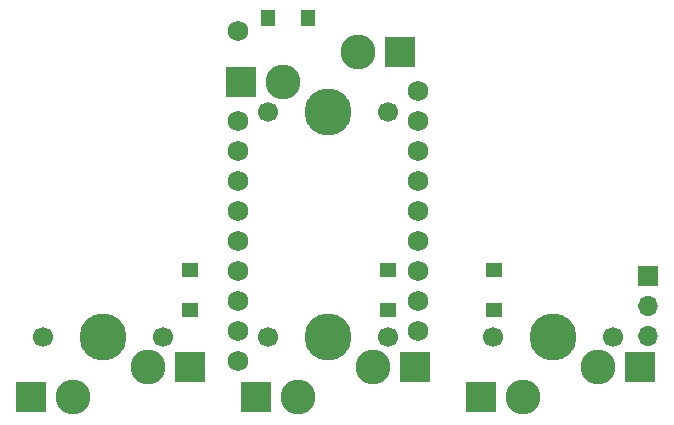
<source format=gbs>
G04 #@! TF.GenerationSoftware,KiCad,Pcbnew,(5.1.10)-1*
G04 #@! TF.CreationDate,2022-01-11T02:43:02-06:00*
G04 #@! TF.ProjectId,arrow,6172726f-772e-46b6-9963-61645f706362,rev?*
G04 #@! TF.SameCoordinates,Original*
G04 #@! TF.FileFunction,Soldermask,Bot*
G04 #@! TF.FilePolarity,Negative*
%FSLAX46Y46*%
G04 Gerber Fmt 4.6, Leading zero omitted, Abs format (unit mm)*
G04 Created by KiCad (PCBNEW (5.1.10)-1) date 2022-01-11 02:43:02*
%MOMM*%
%LPD*%
G01*
G04 APERTURE LIST*
%ADD10C,1.752600*%
%ADD11R,2.550000X2.500000*%
%ADD12C,3.980180*%
%ADD13C,2.950000*%
%ADD14C,1.700000*%
%ADD15O,1.700000X1.700000*%
%ADD16R,1.700000X1.700000*%
%ADD17R,1.400000X1.200000*%
%ADD18R,1.200000X1.400000*%
G04 APERTURE END LIST*
D10*
X227040000Y-128641250D03*
X227040000Y-131181250D03*
X227040000Y-133721250D03*
X227040000Y-136261250D03*
X227040000Y-138801250D03*
X227040000Y-141341250D03*
X227040000Y-143881250D03*
X227040000Y-146421250D03*
X227040000Y-148961250D03*
X211800000Y-151501250D03*
X211800000Y-148961250D03*
X211800000Y-146421250D03*
X211800000Y-143881250D03*
X211800000Y-141341250D03*
X211800000Y-138801250D03*
X211800000Y-136261250D03*
X211800000Y-133721250D03*
X211800000Y-131181250D03*
X211800000Y-123561250D03*
D11*
X245830000Y-152060000D03*
D12*
X238470000Y-149520000D03*
D13*
X235930000Y-154600000D03*
X242280000Y-152060000D03*
D11*
X232380000Y-154600000D03*
D14*
X233390000Y-149520000D03*
X243550000Y-149520000D03*
D11*
X226780000Y-152060000D03*
D12*
X219420000Y-149520000D03*
D13*
X216880000Y-154600000D03*
X223230000Y-152060000D03*
D11*
X213330000Y-154600000D03*
D14*
X214340000Y-149520000D03*
X224500000Y-149520000D03*
D11*
X212060000Y-127930000D03*
D12*
X219420000Y-130470000D03*
D13*
X221960000Y-125390000D03*
X215610000Y-127930000D03*
D11*
X225510000Y-125390000D03*
D14*
X224500000Y-130470000D03*
X214340000Y-130470000D03*
D11*
X207730000Y-152060000D03*
D12*
X200370000Y-149520000D03*
D13*
X197830000Y-154600000D03*
X204180000Y-152060000D03*
D11*
X194280000Y-154600000D03*
D14*
X195290000Y-149520000D03*
X205450000Y-149520000D03*
D15*
X246520000Y-149430000D03*
X246520000Y-146890000D03*
D16*
X246520000Y-144350000D03*
D17*
X233500000Y-143800000D03*
X233500000Y-147200000D03*
X224500000Y-143800000D03*
X224500000Y-147200000D03*
D18*
X217700000Y-122500000D03*
X214300000Y-122500000D03*
D17*
X207750000Y-143800000D03*
X207750000Y-147200000D03*
M02*

</source>
